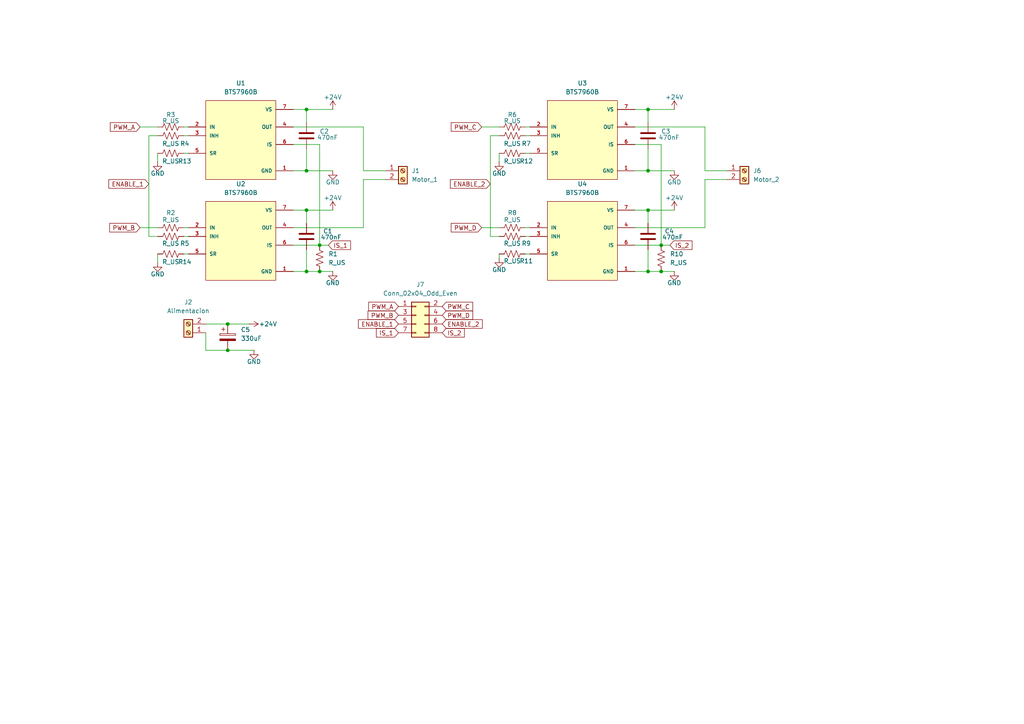
<source format=kicad_sch>
(kicad_sch (version 20250114) (generator "eeschema") (generator_version "9.0")
  (paper "A4")
  (lib_symbols
    (symbol "Connector:Screw_Terminal_01x02" (pin_names (offset 1.016) (hide yes))
      (property "Reference" "J" (at 0 2.54 0))
      (property "Value" "Screw_Terminal_01x02" (at 0 -5.08 0))
      (symbol "Screw_Terminal_01x02_1_1"
        (rectangle (start -1.27 1.27) (end 1.27 -3.81) (stroke (width 0.254)) (fill (type background)))
        (polyline (pts (xy -0.5334 0.3302) (xy 0.3302 -0.508)) (stroke (width 0.1524)))
        (polyline (pts (xy -0.5334 -2.2098) (xy 0.3302 -3.048)) (stroke (width 0.1524)))
        (polyline (pts (xy -0.3556 0.508) (xy 0.508 -0.3302)) (stroke (width 0.1524)))
        (polyline (pts (xy -0.3556 -2.032) (xy 0.508 -2.8702)) (stroke (width 0.1524)))
        (circle (center 0 0) (radius 0.635) (stroke (width 0.1524)))
        (circle (center 0 -2.54) (radius 0.635) (stroke (width 0.1524)))
        (pin passive line (at -5.08 0 0) (length 3.81) (name "Pin_1") (number "1"))
        (pin passive line (at -5.08 -2.54 0) (length 3.81) (name "Pin_2") (number "2"))
      )
    )
    (symbol "Connector_Generic:Conn_02x04_Odd_Even" (pin_names (offset 1.016) (hide yes))
      (property "Reference" "J" (at 1.27 5.08 0))
      (property "Value" "Conn_02x04_Odd_Even" (at 1.27 -7.62 0))
      (symbol "Conn_02x04_Odd_Even_1_1"
        (rectangle (start -1.27 3.81) (end 3.81 -6.35) (stroke (width 0.254)) (fill (type background)))
        (rectangle (start -1.27 2.667) (end 0 2.413) (stroke (width 0.1524)))
        (rectangle (start -1.27 0.127) (end 0 -0.127) (stroke (width 0.1524)))
        (rectangle (start -1.27 -2.413) (end 0 -2.667) (stroke (width 0.1524)))
        (rectangle (start -1.27 -4.953) (end 0 -5.207) (stroke (width 0.1524)))
        (rectangle (start 3.81 2.667) (end 2.54 2.413) (stroke (width 0.1524)))
        (rectangle (start 3.81 0.127) (end 2.54 -0.127) (stroke (width 0.1524)))
        (rectangle (start 3.81 -2.413) (end 2.54 -2.667) (stroke (width 0.1524)))
        (rectangle (start 3.81 -4.953) (end 2.54 -5.207) (stroke (width 0.1524)))
        (pin passive line (at -5.08 2.54 0) (length 3.81) (name "Pin_1") (number "1"))
        (pin passive line (at -5.08 0 0) (length 3.81) (name "Pin_3") (number "3"))
        (pin passive line (at -5.08 -2.54 0) (length 3.81) (name "Pin_5") (number "5"))
        (pin passive line (at -5.08 -5.08 0) (length 3.81) (name "Pin_7") (number "7"))
        (pin passive line (at 7.62 2.54 180) (length 3.81) (name "Pin_2") (number "2"))
        (pin passive line (at 7.62 0 180) (length 3.81) (name "Pin_4") (number "4"))
        (pin passive line (at 7.62 -2.54 180) (length 3.81) (name "Pin_6") (number "6"))
        (pin passive line (at 7.62 -5.08 180) (length 3.81) (name "Pin_8") (number "8"))
      )
    )
    (symbol "Device:C" (pin_numbers (hide yes)) (pin_names (offset 0.254))
      (property "Reference" "C" (at 0.635 2.54 0))
      (property "Value" "C" (at 0.635 -2.54 0))
      (symbol "C_0_1"
        (polyline (pts (xy -2.032 0.762) (xy 2.032 0.762)) (stroke (width 0.508)))
        (polyline (pts (xy -2.032 -0.762) (xy 2.032 -0.762)) (stroke (width 0.508)))
      )
      (symbol "C_1_1"
        (pin passive line (at 0 3.81 270) (length 2.794) (name "~") (number "1"))
        (pin passive line (at 0 -3.81 90) (length 2.794) (name "~") (number "2"))
      )
    )
    (symbol "Device:C_Polarized" (pin_numbers (hide yes)) (pin_names (offset 0.254))
      (property "Reference" "C" (at 0.635 2.54 0))
      (property "Value" "C_Polarized" (at 0.635 -2.54 0))
      (symbol "C_Polarized_0_1"
        (rectangle (start -2.286 0.508) (end 2.286 1.016))
        (polyline (pts (xy -1.778 2.286) (xy -0.762 2.286)))
        (polyline (pts (xy -1.27 2.794) (xy -1.27 1.778)))
        (rectangle (start 2.286 -0.508) (end -2.286 -1.016) (fill (type outline)))
      )
      (symbol "C_Polarized_1_1"
        (pin passive line (at 0 3.81 270) (length 2.794) (name "~") (number "1"))
        (pin passive line (at 0 -3.81 90) (length 2.794) (name "~") (number "2"))
      )
    )
    (symbol "Device:R_US" (pin_numbers (hide yes)) (pin_names (offset 0))
      (property "Reference" "R" (at 2.54 0 90))
      (property "Value" "R_US" (at -2.54 0 90))
      (symbol "R_US_0_1"
        (polyline (pts (xy 0 2.286) (xy 0 2.54)))
        (polyline (pts (xy 0 2.286) (xy 1.016 1.905) (xy 0 1.524) (xy -1.016 1.143) (xy 0 0.762)))
        (polyline (pts (xy 0 0.762) (xy 1.016 0.381) (xy 0 0) (xy -1.016 -0.381) (xy 0 -0.762)))
        (polyline (pts (xy 0 -0.762) (xy 1.016 -1.143) (xy 0 -1.524) (xy -1.016 -1.905) (xy 0 -2.286)))
        (polyline (pts (xy 0 -2.286) (xy 0 -2.54)))
      )
      (symbol "R_US_1_1"
        (pin passive line (at 0 3.81 270) (length 1.27) (name "~") (number "1"))
        (pin passive line (at 0 -3.81 90) (length 1.27) (name "~") (number "2"))
      )
    )
    (symbol "Electronianos_Lib:BTS7960B" (pin_names (offset 1.016))
      (property "Reference" "U" (at -10.16 10.922 0))
      (property "Value" "BTS7960B" (at -10.16 -15.24 0))
      (symbol "BTS7960B_0_0"
        (rectangle (start -10.16 -12.7) (end 10.16 10.16) (stroke (width 0.1524)) (fill (type background)))
        (pin input line (at -15.24 2.54 0) (length 5.08) (name "IN") (number "2"))
        (pin input line (at -15.24 0 0) (length 5.08) (name "INH") (number "3"))
        (pin input line (at -15.24 -5.08 0) (length 5.08) (name "SR") (number "5"))
        (pin power_in line (at 15.24 7.62 180) (length 5.08) (name "VS") (number "7"))
        (pin output line (at 15.24 2.54 180) (length 5.08) (name "OUT") (number "4"))
        (pin output line (at 15.24 2.54 180) (length 5.08) (hide yes) (name "OUT") (number "8"))
        (pin output line (at 15.24 -2.54 180) (length 5.08) (name "IS") (number "6"))
        (pin power_in line (at 15.24 -10.16 180) (length 5.08) (name "GND") (number "1"))
      )
    )
    (symbol "power:+24V" (power) (pin_numbers (hide yes)) (pin_names (offset 0) (hide yes))
      (property "Value" "+24V" (at 0 3.556 0))
      (symbol "+24V_0_1"
        (polyline (pts (xy -0.762 1.27) (xy 0 2.54)))
        (polyline (pts (xy 0 2.54) (xy 0.762 1.27)))
        (polyline (pts (xy 0 0) (xy 0 2.54)))
      )
      (symbol "+24V_1_1"
        (pin power_in line (at 0 0 90) (length 0) (name "~") (number "1"))
      )
    )
    (symbol "power:GND" (power) (pin_numbers (hide yes)) (pin_names (offset 0) (hide yes))
      (property "Value" "GND" (at 0 -3.81 0))
      (symbol "GND_0_1"
        (polyline (pts (xy 0 0) (xy 0 -1.27) (xy 1.27 -1.27) (xy 0 -2.54) (xy -1.27 -1.27) (xy 0 -1.27)))
      )
      (symbol "GND_1_1"
        (pin power_in line (at 0 0 270) (length 0) (name "~") (number "1"))
      )
    )
  )
  (junction (at 66.04 101.6))
  (junction (at 92.71 78.74))
  (junction (at 88.9 78.74))
  (junction (at 191.77 78.74))
  (junction (at 187.96 49.53))
  (junction (at 88.9 60.96))
  (junction (at 92.71 71.12))
  (junction (at 88.9 31.75))
  (junction (at 66.04 93.98))
  (junction (at 88.9 49.53))
  (junction (at 187.96 78.74))
  (junction (at 187.96 60.96))
  (junction (at 191.77 71.12))
  (junction (at 187.96 31.75))
  (wire (pts (xy 204.47 36.83) (xy 204.47 49.53)))
  (wire (pts (xy 40.64 36.83) (xy 45.72 36.83)))
  (wire (pts (xy 88.9 43.18) (xy 88.9 49.53)))
  (wire (pts (xy 96.52 31.75) (xy 88.9 31.75)))
  (wire (pts (xy 88.9 78.74) (xy 85.09 78.74)))
  (wire (pts (xy 53.34 36.83) (xy 54.61 36.83)))
  (wire (pts (xy 72.39 93.98) (xy 66.04 93.98)))
  (wire (pts (xy 92.71 71.12) (xy 85.09 71.12)))
  (wire (pts (xy 152.4 73.66) (xy 153.67 73.66)))
  (wire (pts (xy 85.09 41.91) (xy 92.71 41.91)))
  (wire (pts (xy 187.96 43.18) (xy 187.96 49.53)))
  (wire (pts (xy 204.47 52.07) (xy 210.82 52.07)))
  (wire (pts (xy 105.41 66.04) (xy 105.41 52.07)))
  (wire (pts (xy 88.9 49.53) (xy 85.09 49.53)))
  (wire (pts (xy 187.96 49.53) (xy 184.15 49.53)))
  (wire (pts (xy 45.72 44.45) (xy 45.72 46.99)))
  (wire (pts (xy 66.04 101.6) (xy 59.69 101.6)))
  (wire (pts (xy 53.34 73.66) (xy 54.61 73.66)))
  (wire (pts (xy 95.25 71.12) (xy 92.71 71.12)))
  (wire (pts (xy 88.9 49.53) (xy 96.52 49.53)))
  (wire (pts (xy 187.96 78.74) (xy 184.15 78.74)))
  (wire (pts (xy 96.52 60.96) (xy 88.9 60.96)))
  (wire (pts (xy 187.96 49.53) (xy 195.58 49.53)))
  (wire (pts (xy 92.71 78.74) (xy 88.9 78.74)))
  (wire (pts (xy 88.9 60.96) (xy 88.9 64.77)))
  (wire (pts (xy 139.7 36.83) (xy 144.78 36.83)))
  (wire (pts (xy 144.78 39.37) (xy 142.24 39.37)))
  (wire (pts (xy 53.34 68.58) (xy 54.61 68.58)))
  (wire (pts (xy 53.34 66.04) (xy 54.61 66.04)))
  (wire (pts (xy 152.4 66.04) (xy 153.67 66.04)))
  (wire (pts (xy 204.47 66.04) (xy 204.47 52.07)))
  (wire (pts (xy 105.41 49.53) (xy 111.76 49.53)))
  (wire (pts (xy 187.96 31.75) (xy 184.15 31.75)))
  (wire (pts (xy 195.58 78.74) (xy 191.77 78.74)))
  (wire (pts (xy 45.72 73.66) (xy 45.72 76.2)))
  (wire (pts (xy 105.41 52.07) (xy 111.76 52.07)))
  (wire (pts (xy 152.4 44.45) (xy 153.67 44.45)))
  (wire (pts (xy 105.41 36.83) (xy 105.41 49.53)))
  (wire (pts (xy 59.69 101.6) (xy 59.69 96.52)))
  (wire (pts (xy 195.58 31.75) (xy 187.96 31.75)))
  (wire (pts (xy 53.34 44.45) (xy 54.61 44.45)))
  (wire (pts (xy 144.78 44.45) (xy 144.78 46.99)))
  (wire (pts (xy 152.4 36.83) (xy 153.67 36.83)))
  (wire (pts (xy 73.66 101.6) (xy 66.04 101.6)))
  (wire (pts (xy 92.71 41.91) (xy 92.71 71.12)))
  (wire (pts (xy 85.09 66.04) (xy 105.41 66.04)))
  (wire (pts (xy 88.9 60.96) (xy 85.09 60.96)))
  (wire (pts (xy 191.77 71.12) (xy 184.15 71.12)))
  (wire (pts (xy 195.58 60.96) (xy 187.96 60.96)))
  (wire (pts (xy 191.77 78.74) (xy 187.96 78.74)))
  (wire (pts (xy 187.96 72.39) (xy 187.96 78.74)))
  (wire (pts (xy 194.31 71.12) (xy 191.77 71.12)))
  (wire (pts (xy 187.96 31.75) (xy 187.96 35.56)))
  (wire (pts (xy 184.15 36.83) (xy 204.47 36.83)))
  (wire (pts (xy 142.24 68.58) (xy 144.78 68.58)))
  (wire (pts (xy 153.67 39.37) (xy 152.4 39.37)))
  (wire (pts (xy 43.18 39.37) (xy 43.18 68.58)))
  (wire (pts (xy 204.47 49.53) (xy 210.82 49.53)))
  (wire (pts (xy 43.18 68.58) (xy 45.72 68.58)))
  (wire (pts (xy 187.96 60.96) (xy 187.96 64.77)))
  (wire (pts (xy 54.61 39.37) (xy 53.34 39.37)))
  (wire (pts (xy 139.7 66.04) (xy 144.78 66.04)))
  (wire (pts (xy 85.09 36.83) (xy 105.41 36.83)))
  (wire (pts (xy 45.72 39.37) (xy 43.18 39.37)))
  (wire (pts (xy 142.24 39.37) (xy 142.24 68.58)))
  (wire (pts (xy 152.4 68.58) (xy 153.67 68.58)))
  (wire (pts (xy 66.04 93.98) (xy 59.69 93.98)))
  (wire (pts (xy 144.78 73.66) (xy 144.78 74.93)))
  (wire (pts (xy 184.15 41.91) (xy 191.77 41.91)))
  (wire (pts (xy 184.15 66.04) (xy 204.47 66.04)))
  (wire (pts (xy 96.52 78.74) (xy 92.71 78.74)))
  (wire (pts (xy 187.96 60.96) (xy 184.15 60.96)))
  (wire (pts (xy 191.77 41.91) (xy 191.77 71.12)))
  (wire (pts (xy 88.9 31.75) (xy 88.9 35.56)))
  (wire (pts (xy 40.64 66.04) (xy 45.72 66.04)))
  (wire (pts (xy 88.9 72.39) (xy 88.9 78.74)))
  (wire (pts (xy 88.9 31.75) (xy 85.09 31.75)))
  (global_label "PWM_A" (shape input) (at 115.57 88.9 180) (property "Intersheetrefs" "${INTERSHEET_REFS}" (effects (hide yes))))
  (global_label "PWM_B" (shape input) (at 115.57 91.44 180) (property "Intersheetrefs" "${INTERSHEET_REFS}" (effects (hide yes))))
  (global_label "IS_1" (shape input) (at 95.25 71.12 0) (property "Intersheetrefs" "${INTERSHEET_REFS}" (effects (hide yes))))
  (global_label "PWM_A" (shape input) (at 40.64 36.83 180) (property "Intersheetrefs" "${INTERSHEET_REFS}" (effects (hide yes))))
  (global_label "ENABLE_1" (shape input) (at 115.57 93.98 180) (property "Intersheetrefs" "${INTERSHEET_REFS}" (effects (hide yes))))
  (global_label "PWM_C" (shape input) (at 139.7 36.83 180) (property "Intersheetrefs" "${INTERSHEET_REFS}" (effects (hide yes))))
  (global_label "PWM_D" (shape input) (at 128.27 91.44 0) (property "Intersheetrefs" "${INTERSHEET_REFS}" (effects (hide yes))))
  (global_label "IS_2" (shape input) (at 194.31 71.12 0) (property "Intersheetrefs" "${INTERSHEET_REFS}" (effects (hide yes))))
  (global_label "ENABLE_1" (shape input) (at 43.18 53.34 180) (property "Intersheetrefs" "${INTERSHEET_REFS}" (effects (hide yes))))
  (global_label "ENABLE_2" (shape input) (at 128.27 93.98 0) (property "Intersheetrefs" "${INTERSHEET_REFS}" (effects (hide yes))))
  (global_label "IS_2" (shape input) (at 128.27 96.52 0) (property "Intersheetrefs" "${INTERSHEET_REFS}" (effects (hide yes))))
  (global_label "PWM_B" (shape input) (at 40.64 66.04 180) (property "Intersheetrefs" "${INTERSHEET_REFS}" (effects (hide yes))))
  (global_label "PWM_C" (shape input) (at 128.27 88.9 0) (property "Intersheetrefs" "${INTERSHEET_REFS}" (effects (hide yes))))
  (global_label "IS_1" (shape input) (at 115.57 96.52 180) (property "Intersheetrefs" "${INTERSHEET_REFS}" (effects (hide yes))))
  (global_label "ENABLE_2" (shape input) (at 142.24 53.34 180) (property "Intersheetrefs" "${INTERSHEET_REFS}" (effects (hide yes))))
  (global_label "PWM_D" (shape input) (at 139.7 66.04 180) (property "Intersheetrefs" "${INTERSHEET_REFS}" (effects (hide yes))))
  (symbol (lib_id "Device:R_US") (at 49.53 39.37 270) (unit 1)
    (property "Reference" "R4" (at 53.594 41.656 90))
    (property "Value" "R_US" (at 49.53 41.656 90))
    (property "Footprint" "Resistor_SMD:R_0805_2012Metric_Pad1.20x1.40mm_HandSolder" (effects (hide yes)))
    (property "Description" "Resistor, US symbol" (effects (hide yes)))
  )
  (symbol (lib_id "Device:R_US") (at 49.53 44.45 270) (unit 1)
    (property "Reference" "R13" (at 53.594 46.736 90))
    (property "Value" "R_US" (at 49.53 46.736 90))
    (property "Footprint" "Resistor_SMD:R_0805_2012Metric_Pad1.20x1.40mm_HandSolder" (effects (hide yes)))
    (property "Description" "Resistor, US symbol" (effects (hide yes)))
  )
  (symbol (lib_id "Device:R_US") (at 49.53 73.66 270) (unit 1)
    (property "Reference" "R14" (at 53.594 75.946 90))
    (property "Value" "R_US" (at 49.53 75.946 90))
    (property "Footprint" "Resistor_SMD:R_0805_2012Metric_Pad1.20x1.40mm_HandSolder" (effects (hide yes)))
    (property "Description" "Resistor, US symbol" (effects (hide yes)))
  )
  (symbol (lib_id "Electronianos_Lib:BTS7960B") (at 69.85 39.37 0) (unit 1)
    (property "Reference" "U1" (at 69.85 24.13 0))
    (property "Value" "BTS7960B" (at 69.85 26.67 0))
    (property "Footprint" "Electronianos_Lib:BTS7960B_DPAK127P1490X440-8N" (effects (hide yes)))
    (property "MF" "Infineon" (effects (hide yes)))
    (property "MAXIMUM_PACKAGE_HEIGHT" "4.4mm" (effects (hide yes)))
    (property "Package" "TO-263 Infineon" (effects (hide yes)))
    (property "Price" "None" (effects (hide yes)))
    (property "Check_prices" "https://www.snapeda.com/parts/BTS7960B/Infineon/view-part/?ref=eda" (effects (hide yes)))
    (property "STANDARD" "IPC-7351B" (effects (hide yes)))
    (property "PARTREV" "1.1" (effects (hide yes)))
    (property "SnapEDA_Link" "https://www.snapeda.com/parts/BTS7960B/Infineon/view-part/?ref=snap" (effects (hide yes)))
    (property "MP" "BTS7960B" (effects (hide yes)))
    (property "Purchase-URL" "https://www.snapeda.com/api/url_track_click_mouser/?unipart_id=567474&manufacturer=Infineon&part_name=BTS7960B&search_term=None" (effects (hide yes)))
    (property "Description_1" "Half Bridge Driver DC Motors, General Purpose DMOS PG-TO263-7-1" (effects (hide yes)))
    (property "Availability" "In Stock" (effects (hide yes)))
    (property "MANUFACTURER" "Infineon" (effects (hide yes)))
  )
  (symbol (lib_id "power:+24V") (at 96.52 31.75 0) (unit 1)
    (property "Reference" "#PWR07" (effects (hide yes)))
    (property "Value" "+24V" (at 96.52 28.194 0))
    (property "Description" "Power symbol creates a global label with name \"+24V\"" (effects (hide yes)))
  )
  (symbol (lib_id "power:GND") (at 96.52 49.53 0) (unit 1)
    (property "Reference" "#PWR04" (effects (hide yes)))
    (property "Value" "GND" (at 96.52 52.832 0))
    (property "Description" "Power symbol creates a global label with name \"GND\" , ground" (effects (hide yes)))
  )
  (symbol (lib_id "Device:C_Polarized") (at 66.04 97.79 0) (unit 1)
    (property "Reference" "C5" (at 69.85 95.6309 0) (effects (justify left)))
    (property "Value" "330uF" (at 69.85 98.1709 0) (effects (justify left)))
    (property "Footprint" "Capacitor_THT:CP_Radial_D8.0mm_P3.80mm" (effects (hide yes)))
    (property "Description" "Polarized capacitor" (effects (hide yes)))
  )
  (symbol (lib_id "Device:R_US") (at 148.59 68.58 270) (unit 1)
    (property "Reference" "R9" (at 152.654 70.612 90))
    (property "Value" "R_US" (at 148.59 70.612 90))
    (property "Footprint" "Resistor_SMD:R_0805_2012Metric_Pad1.20x1.40mm_HandSolder" (effects (hide yes)))
    (property "Description" "Resistor, US symbol" (effects (hide yes)))
  )
  (symbol (lib_id "Device:C") (at 88.9 39.37 0) (unit 1)
    (property "Reference" "C2" (at 92.71 38.0999 0) (effects (justify left)))
    (property "Value" "470nF" (at 91.948 39.878 0) (effects (justify left)))
    (property "Footprint" "Capacitor_SMD:C_0805_2012Metric_Pad1.18x1.45mm_HandSolder" (effects (hide yes)))
    (property "Description" "Unpolarized capacitor" (effects (hide yes)))
  )
  (symbol (lib_id "Device:R_US") (at 191.77 74.93 0) (unit 1)
    (property "Reference" "R10" (at 194.31 73.6599 0) (effects (justify left)))
    (property "Value" "R_US" (at 194.31 76.1999 0) (effects (justify left)))
    (property "Footprint" "Resistor_SMD:R_0805_2012Metric_Pad1.20x1.40mm_HandSolder" (effects (hide yes)))
    (property "Description" "Resistor, US symbol" (effects (hide yes)))
  )
  (symbol (lib_id "Connector_Generic:Conn_02x04_Odd_Even") (at 120.65 91.44 0) (unit 1)
    (property "Reference" "J7" (at 121.92 82.55 0))
    (property "Value" "Conn_02x04_Odd_Even" (at 121.92 85.09 0))
    (property "Footprint" "Connector_PinHeader_2.54mm:PinHeader_2x04_P2.54mm_Horizontal" (effects (hide yes)))
    (property "Description" "Generic connector, double row, 02x04, odd/even pin numbering scheme (row 1 odd numbers, row 2 even numbers), script generated (kicad-library-utils/schlib/autogen/connector/)" (effects (hide yes)))
  )
  (symbol (lib_id "Electronianos_Lib:BTS7960B") (at 69.85 68.58 0) (unit 1)
    (property "Reference" "U2" (at 69.85 53.34 0))
    (property "Value" "BTS7960B" (at 69.85 55.88 0))
    (property "Footprint" "Electronianos_Lib:BTS7960B_DPAK127P1490X440-8N" (effects (hide yes)))
    (property "MF" "Infineon" (effects (hide yes)))
    (property "MAXIMUM_PACKAGE_HEIGHT" "4.4mm" (effects (hide yes)))
    (property "Package" "TO-263 Infineon" (effects (hide yes)))
    (property "Price" "None" (effects (hide yes)))
    (property "Check_prices" "https://www.snapeda.com/parts/BTS7960B/Infineon/view-part/?ref=eda" (effects (hide yes)))
    (property "STANDARD" "IPC-7351B" (effects (hide yes)))
    (property "PARTREV" "1.1" (effects (hide yes)))
    (property "SnapEDA_Link" "https://www.snapeda.com/parts/BTS7960B/Infineon/view-part/?ref=snap" (effects (hide yes)))
    (property "MP" "BTS7960B" (effects (hide yes)))
    (property "Purchase-URL" "https://www.snapeda.com/api/url_track_click_mouser/?unipart_id=567474&manufacturer=Infineon&part_name=BTS7960B&search_term=None" (effects (hide yes)))
    (property "Description_1" "Half Bridge Driver DC Motors, General Purpose DMOS PG-TO263-7-1" (effects (hide yes)))
    (property "Availability" "In Stock" (effects (hide yes)))
    (property "MANUFACTURER" "Infineon" (effects (hide yes)))
  )
  (symbol (lib_id "Device:R_US") (at 148.59 66.04 270) (unit 1)
    (property "Reference" "R8" (at 148.59 61.722 90))
    (property "Value" "R_US" (at 148.59 63.754 90))
    (property "Footprint" "Resistor_SMD:R_0805_2012Metric_Pad1.20x1.40mm_HandSolder" (effects (hide yes)))
    (property "Description" "Resistor, US symbol" (effects (hide yes)))
  )
  (symbol (lib_id "Device:C") (at 88.9 68.58 0) (unit 1)
    (property "Reference" "C1" (at 93.726 67.056 0) (effects (justify left)))
    (property "Value" "470nF" (at 92.964 68.834 0) (effects (justify left)))
    (property "Footprint" "Capacitor_SMD:C_0805_2012Metric_Pad1.18x1.45mm_HandSolder" (effects (hide yes)))
    (property "Description" "Unpolarized capacitor" (effects (hide yes)))
  )
  (symbol (lib_id "power:GND") (at 144.78 46.99 0) (unit 1)
    (property "Reference" "#PWR05" (effects (hide yes)))
    (property "Value" "GND" (at 144.78 50.292 0))
    (property "Description" "Power symbol creates a global label with name \"GND\" , ground" (effects (hide yes)))
  )
  (symbol (lib_id "Device:R_US") (at 148.59 44.45 270) (unit 1)
    (property "Reference" "R12" (at 152.654 46.736 90))
    (property "Value" "R_US" (at 148.59 46.736 90))
    (property "Footprint" "Resistor_SMD:R_0805_2012Metric_Pad1.20x1.40mm_HandSolder" (effects (hide yes)))
    (property "Description" "Resistor, US symbol" (effects (hide yes)))
  )
  (symbol (lib_id "Device:C") (at 187.96 39.37 0) (unit 1)
    (property "Reference" "C3" (at 191.77 38.0999 0) (effects (justify left)))
    (property "Value" "470nF" (at 191.008 39.878 0) (effects (justify left)))
    (property "Footprint" "Capacitor_SMD:C_0805_2012Metric_Pad1.18x1.45mm_HandSolder" (effects (hide yes)))
    (property "Description" "Unpolarized capacitor" (effects (hide yes)))
  )
  (symbol (lib_id "power:GND") (at 144.78 74.93 0) (unit 1)
    (property "Reference" "#PWR08" (effects (hide yes)))
    (property "Value" "GND" (at 144.78 78.232 0))
    (property "Description" "Power symbol creates a global label with name \"GND\" , ground" (effects (hide yes)))
  )
  (symbol (lib_id "Electronianos_Lib:BTS7960B") (at 168.91 68.58 0) (unit 1)
    (property "Reference" "U4" (at 168.91 53.34 0))
    (property "Value" "BTS7960B" (at 168.91 55.88 0))
    (property "Footprint" "Electronianos_Lib:BTS7960B_DPAK127P1490X440-8N" (effects (hide yes)))
    (property "MF" "Infineon" (effects (hide yes)))
    (property "MAXIMUM_PACKAGE_HEIGHT" "4.4mm" (effects (hide yes)))
    (property "Package" "TO-263 Infineon" (effects (hide yes)))
    (property "Price" "None" (effects (hide yes)))
    (property "Check_prices" "https://www.snapeda.com/parts/BTS7960B/Infineon/view-part/?ref=eda" (effects (hide yes)))
    (property "STANDARD" "IPC-7351B" (effects (hide yes)))
    (property "PARTREV" "1.1" (effects (hide yes)))
    (property "SnapEDA_Link" "https://www.snapeda.com/parts/BTS7960B/Infineon/view-part/?ref=snap" (effects (hide yes)))
    (property "MP" "BTS7960B" (effects (hide yes)))
    (property "Purchase-URL" "https://www.snapeda.com/api/url_track_click_mouser/?unipart_id=567474&manufacturer=Infineon&part_name=BTS7960B&search_term=None" (effects (hide yes)))
    (property "Description_1" "Half Bridge Driver DC Motors, General Purpose DMOS PG-TO263-7-1" (effects (hide yes)))
    (property "Availability" "In Stock" (effects (hide yes)))
    (property "MANUFACTURER" "Infineon" (effects (hide yes)))
  )
  (symbol (lib_id "Connector:Screw_Terminal_01x02") (at 215.9 49.53 0) (unit 1)
    (property "Reference" "J6" (at 218.44 49.5299 0) (effects (justify left)))
    (property "Value" "Motor_2" (at 218.44 52.0699 0) (effects (justify left)))
    (property "Footprint" "Connector_AMASS:AMASS_XT30PW-M_1x02_P2.50mm_Horizontal" (effects (hide yes)))
    (property "Description" "Generic screw terminal, single row, 01x02, script generated (kicad-library-utils/schlib/autogen/connector/)" (effects (hide yes)))
  )
  (symbol (lib_id "Device:C") (at 187.96 68.58 0) (unit 1)
    (property "Reference" "C4" (at 192.786 67.056 0) (effects (justify left)))
    (property "Value" "470nF" (at 192.024 68.834 0) (effects (justify left)))
    (property "Footprint" "Capacitor_SMD:C_0805_2012Metric_Pad1.18x1.45mm_HandSolder" (effects (hide yes)))
    (property "Description" "Unpolarized capacitor" (effects (hide yes)))
  )
  (symbol (lib_id "Connector:Screw_Terminal_01x02") (at 54.61 96.52 180) (unit 1)
    (property "Reference" "J2" (at 54.61 87.63 0))
    (property "Value" "Alimentacion" (at 54.61 90.17 0))
    (property "Footprint" "Connector_AMASS:AMASS_XT30UPB-F_1x02_P5.0mm_Vertical" (effects (hide yes)))
    (property "Description" "Generic screw terminal, single row, 01x02, script generated (kicad-library-utils/schlib/autogen/connector/)" (effects (hide yes)))
  )
  (symbol (lib_id "Device:R_US") (at 148.59 36.83 270) (unit 1)
    (property "Reference" "R6" (at 148.59 33.274 90))
    (property "Value" "R_US" (at 148.59 35.052 90))
    (property "Footprint" "Resistor_SMD:R_0805_2012Metric_Pad1.20x1.40mm_HandSolder" (effects (hide yes)))
    (property "Description" "Resistor, US symbol" (effects (hide yes)))
  )
  (symbol (lib_id "Device:R_US") (at 148.59 39.37 270) (unit 1)
    (property "Reference" "R7" (at 152.654 41.656 90))
    (property "Value" "R_US" (at 148.59 41.656 90))
    (property "Footprint" "Resistor_SMD:R_0805_2012Metric_Pad1.20x1.40mm_HandSolder" (effects (hide yes)))
    (property "Description" "Resistor, US symbol" (effects (hide yes)))
  )
  (symbol (lib_id "power:+24V") (at 195.58 31.75 0) (unit 1)
    (property "Reference" "#PWR09" (effects (hide yes)))
    (property "Value" "+24V" (at 195.58 28.194 0))
    (property "Description" "Power symbol creates a global label with name \"+24V\"" (effects (hide yes)))
  )
  (symbol (lib_id "Electronianos_Lib:BTS7960B") (at 168.91 39.37 0) (unit 1)
    (property "Reference" "U3" (at 168.91 24.13 0))
    (property "Value" "BTS7960B" (at 168.91 26.67 0))
    (property "Footprint" "Electronianos_Lib:BTS7960B_DPAK127P1490X440-8N" (effects (hide yes)))
    (property "MF" "Infineon" (effects (hide yes)))
    (property "MAXIMUM_PACKAGE_HEIGHT" "4.4mm" (effects (hide yes)))
    (property "Package" "TO-263 Infineon" (effects (hide yes)))
    (property "Price" "None" (effects (hide yes)))
    (property "Check_prices" "https://www.snapeda.com/parts/BTS7960B/Infineon/view-part/?ref=eda" (effects (hide yes)))
    (property "STANDARD" "IPC-7351B" (effects (hide yes)))
    (property "PARTREV" "1.1" (effects (hide yes)))
    (property "SnapEDA_Link" "https://www.snapeda.com/parts/BTS7960B/Infineon/view-part/?ref=snap" (effects (hide yes)))
    (property "MP" "BTS7960B" (effects (hide yes)))
    (property "Purchase-URL" "https://www.snapeda.com/api/url_track_click_mouser/?unipart_id=567474&manufacturer=Infineon&part_name=BTS7960B&search_term=None" (effects (hide yes)))
    (property "Description_1" "Half Bridge Driver DC Motors, General Purpose DMOS PG-TO263-7-1" (effects (hide yes)))
    (property "Availability" "In Stock" (effects (hide yes)))
    (property "MANUFACTURER" "Infineon" (effects (hide yes)))
  )
  (symbol (lib_id "power:GND") (at 73.66 101.6 0) (unit 1)
    (property "Reference" "#PWR015" (effects (hide yes)))
    (property "Value" "GND" (at 73.66 104.902 0))
    (property "Description" "Power symbol creates a global label with name \"GND\" , ground" (effects (hide yes)))
  )
  (symbol (lib_id "power:GND") (at 96.52 78.74 0) (unit 1)
    (property "Reference" "#PWR01" (effects (hide yes)))
    (property "Value" "GND" (at 96.52 82.042 0))
    (property "Description" "Power symbol creates a global label with name \"GND\" , ground" (effects (hide yes)))
  )
  (symbol (lib_id "Device:R_US") (at 49.53 66.04 270) (unit 1)
    (property "Reference" "R2" (at 49.53 61.722 90))
    (property "Value" "R_US" (at 49.53 63.754 90))
    (property "Footprint" "Resistor_SMD:R_0805_2012Metric_Pad1.20x1.40mm_HandSolder" (effects (hide yes)))
    (property "Description" "Resistor, US symbol" (effects (hide yes)))
  )
  (symbol (lib_id "power:+24V") (at 96.52 60.96 0) (unit 1)
    (property "Reference" "#PWR06" (effects (hide yes)))
    (property "Value" "+24V" (at 96.52 57.404 0))
    (property "Description" "Power symbol creates a global label with name \"+24V\"" (effects (hide yes)))
  )
  (symbol (lib_id "Device:R_US") (at 148.59 73.66 270) (unit 1)
    (property "Reference" "R11" (at 152.654 75.692 90))
    (property "Value" "R_US" (at 148.59 75.692 90))
    (property "Footprint" "Resistor_SMD:R_0805_2012Metric_Pad1.20x1.40mm_HandSolder" (effects (hide yes)))
    (property "Description" "Resistor, US symbol" (effects (hide yes)))
  )
  (symbol (lib_id "Connector:Screw_Terminal_01x02") (at 116.84 49.53 0) (unit 1)
    (property "Reference" "J1" (at 119.38 49.5299 0) (effects (justify left)))
    (property "Value" "Motor_1" (at 119.38 52.0699 0) (effects (justify left)))
    (property "Footprint" "Connector_AMASS:AMASS_XT30PW-M_1x02_P2.50mm_Horizontal" (effects (hide yes)))
    (property "Description" "Generic screw terminal, single row, 01x02, script generated (kicad-library-utils/schlib/autogen/connector/)" (effects (hide yes)))
  )
  (symbol (lib_id "Device:R_US") (at 49.53 68.58 270) (unit 1)
    (property "Reference" "R5" (at 53.594 70.612 90))
    (property "Value" "R_US" (at 49.53 70.612 90))
    (property "Footprint" "Resistor_SMD:R_0805_2012Metric_Pad1.20x1.40mm_HandSolder" (effects (hide yes)))
    (property "Description" "Resistor, US symbol" (effects (hide yes)))
  )
  (symbol (lib_id "Device:R_US") (at 92.71 74.93 0) (unit 1)
    (property "Reference" "R1" (at 95.25 73.6599 0) (effects (justify left)))
    (property "Value" "R_US" (at 95.25 76.1999 0) (effects (justify left)))
    (property "Footprint" "Resistor_SMD:R_0805_2012Metric_Pad1.20x1.40mm_HandSolder" (effects (hide yes)))
    (property "Description" "Resistor, US symbol" (effects (hide yes)))
  )
  (symbol (lib_id "power:+24V") (at 195.58 60.96 0) (unit 1)
    (property "Reference" "#PWR011" (effects (hide yes)))
    (property "Value" "+24V" (at 195.58 57.404 0))
    (property "Description" "Power symbol creates a global label with name \"+24V\"" (effects (hide yes)))
  )
  (symbol (lib_id "power:GND") (at 195.58 78.74 0) (unit 1)
    (property "Reference" "#PWR012" (effects (hide yes)))
    (property "Value" "GND" (at 195.58 82.042 0))
    (property "Description" "Power symbol creates a global label with name \"GND\" , ground" (effects (hide yes)))
  )
  (symbol (lib_id "power:GND") (at 195.58 49.53 0) (unit 1)
    (property "Reference" "#PWR010" (effects (hide yes)))
    (property "Value" "GND" (at 195.58 52.832 0))
    (property "Description" "Power symbol creates a global label with name \"GND\" , ground" (effects (hide yes)))
  )
  (symbol (lib_id "Device:R_US") (at 49.53 36.83 270) (unit 1)
    (property "Reference" "R3" (at 49.53 33.274 90))
    (property "Value" "R_US" (at 49.53 35.052 90))
    (property "Footprint" "Resistor_SMD:R_0805_2012Metric_Pad1.20x1.40mm_HandSolder" (effects (hide yes)))
    (property "Description" "Resistor, US symbol" (effects (hide yes)))
  )
  (symbol (lib_id "power:+24V") (at 72.39 93.98 270) (unit 1)
    (property "Reference" "#PWR016" (effects (hide yes)))
    (property "Value" "+24V" (at 77.724 93.98 90))
    (property "Description" "Power symbol creates a global label with name \"+24V\"" (effects (hide yes)))
  )
  (symbol (lib_id "power:GND") (at 45.72 46.99 0) (unit 1)
    (property "Reference" "#PWR013" (effects (hide yes)))
    (property "Value" "GND" (at 45.72 50.292 0))
    (property "Description" "Power symbol creates a global label with name \"GND\" , ground" (effects (hide yes)))
  )
  (symbol (lib_id "power:GND") (at 45.72 76.2 0) (unit 1)
    (property "Reference" "#PWR014" (effects (hide yes)))
    (property "Value" "GND" (at 45.72 79.502 0))
    (property "Description" "Power symbol creates a global label with name \"GND\" , ground" (effects (hide yes)))
  )
)
</source>
